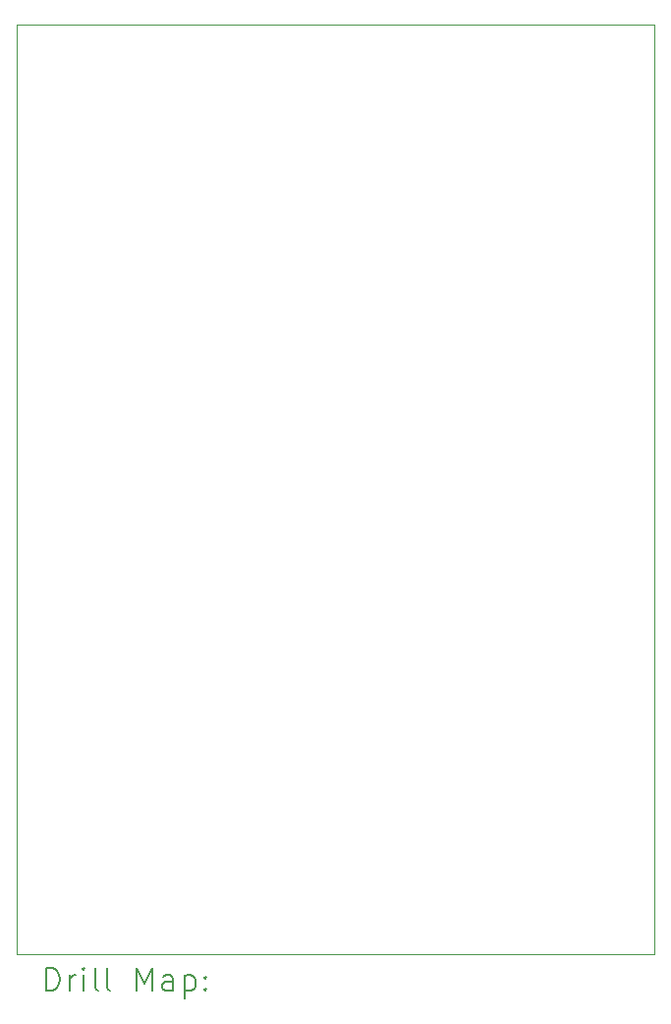
<source format=gbr>
%TF.GenerationSoftware,KiCad,Pcbnew,8.0.5*%
%TF.CreationDate,2024-11-13T11:33:36+00:00*%
%TF.ProjectId,PSU Adapter 2,50535520-4164-4617-9074-657220322e6b,0.2*%
%TF.SameCoordinates,Original*%
%TF.FileFunction,Drillmap*%
%TF.FilePolarity,Positive*%
%FSLAX45Y45*%
G04 Gerber Fmt 4.5, Leading zero omitted, Abs format (unit mm)*
G04 Created by KiCad (PCBNEW 8.0.5) date 2024-11-13 11:33:36*
%MOMM*%
%LPD*%
G01*
G04 APERTURE LIST*
%ADD10C,0.050000*%
%ADD11C,0.200000*%
G04 APERTURE END LIST*
D10*
X10000000Y-10000000D02*
X15500000Y-10000000D01*
X15500000Y-18000000D01*
X10000000Y-18000000D01*
X10000000Y-10000000D01*
D11*
X10258277Y-18313984D02*
X10258277Y-18113984D01*
X10258277Y-18113984D02*
X10305896Y-18113984D01*
X10305896Y-18113984D02*
X10334467Y-18123508D01*
X10334467Y-18123508D02*
X10353515Y-18142555D01*
X10353515Y-18142555D02*
X10363039Y-18161603D01*
X10363039Y-18161603D02*
X10372563Y-18199698D01*
X10372563Y-18199698D02*
X10372563Y-18228270D01*
X10372563Y-18228270D02*
X10363039Y-18266365D01*
X10363039Y-18266365D02*
X10353515Y-18285412D01*
X10353515Y-18285412D02*
X10334467Y-18304460D01*
X10334467Y-18304460D02*
X10305896Y-18313984D01*
X10305896Y-18313984D02*
X10258277Y-18313984D01*
X10458277Y-18313984D02*
X10458277Y-18180650D01*
X10458277Y-18218746D02*
X10467801Y-18199698D01*
X10467801Y-18199698D02*
X10477324Y-18190174D01*
X10477324Y-18190174D02*
X10496372Y-18180650D01*
X10496372Y-18180650D02*
X10515420Y-18180650D01*
X10582086Y-18313984D02*
X10582086Y-18180650D01*
X10582086Y-18113984D02*
X10572563Y-18123508D01*
X10572563Y-18123508D02*
X10582086Y-18133031D01*
X10582086Y-18133031D02*
X10591610Y-18123508D01*
X10591610Y-18123508D02*
X10582086Y-18113984D01*
X10582086Y-18113984D02*
X10582086Y-18133031D01*
X10705896Y-18313984D02*
X10686848Y-18304460D01*
X10686848Y-18304460D02*
X10677324Y-18285412D01*
X10677324Y-18285412D02*
X10677324Y-18113984D01*
X10810658Y-18313984D02*
X10791610Y-18304460D01*
X10791610Y-18304460D02*
X10782086Y-18285412D01*
X10782086Y-18285412D02*
X10782086Y-18113984D01*
X11039229Y-18313984D02*
X11039229Y-18113984D01*
X11039229Y-18113984D02*
X11105896Y-18256841D01*
X11105896Y-18256841D02*
X11172563Y-18113984D01*
X11172563Y-18113984D02*
X11172563Y-18313984D01*
X11353515Y-18313984D02*
X11353515Y-18209222D01*
X11353515Y-18209222D02*
X11343991Y-18190174D01*
X11343991Y-18190174D02*
X11324943Y-18180650D01*
X11324943Y-18180650D02*
X11286848Y-18180650D01*
X11286848Y-18180650D02*
X11267801Y-18190174D01*
X11353515Y-18304460D02*
X11334467Y-18313984D01*
X11334467Y-18313984D02*
X11286848Y-18313984D01*
X11286848Y-18313984D02*
X11267801Y-18304460D01*
X11267801Y-18304460D02*
X11258277Y-18285412D01*
X11258277Y-18285412D02*
X11258277Y-18266365D01*
X11258277Y-18266365D02*
X11267801Y-18247317D01*
X11267801Y-18247317D02*
X11286848Y-18237793D01*
X11286848Y-18237793D02*
X11334467Y-18237793D01*
X11334467Y-18237793D02*
X11353515Y-18228270D01*
X11448753Y-18180650D02*
X11448753Y-18380650D01*
X11448753Y-18190174D02*
X11467801Y-18180650D01*
X11467801Y-18180650D02*
X11505896Y-18180650D01*
X11505896Y-18180650D02*
X11524943Y-18190174D01*
X11524943Y-18190174D02*
X11534467Y-18199698D01*
X11534467Y-18199698D02*
X11543991Y-18218746D01*
X11543991Y-18218746D02*
X11543991Y-18275889D01*
X11543991Y-18275889D02*
X11534467Y-18294936D01*
X11534467Y-18294936D02*
X11524943Y-18304460D01*
X11524943Y-18304460D02*
X11505896Y-18313984D01*
X11505896Y-18313984D02*
X11467801Y-18313984D01*
X11467801Y-18313984D02*
X11448753Y-18304460D01*
X11629705Y-18294936D02*
X11639229Y-18304460D01*
X11639229Y-18304460D02*
X11629705Y-18313984D01*
X11629705Y-18313984D02*
X11620182Y-18304460D01*
X11620182Y-18304460D02*
X11629705Y-18294936D01*
X11629705Y-18294936D02*
X11629705Y-18313984D01*
X11629705Y-18190174D02*
X11639229Y-18199698D01*
X11639229Y-18199698D02*
X11629705Y-18209222D01*
X11629705Y-18209222D02*
X11620182Y-18199698D01*
X11620182Y-18199698D02*
X11629705Y-18190174D01*
X11629705Y-18190174D02*
X11629705Y-18209222D01*
M02*

</source>
